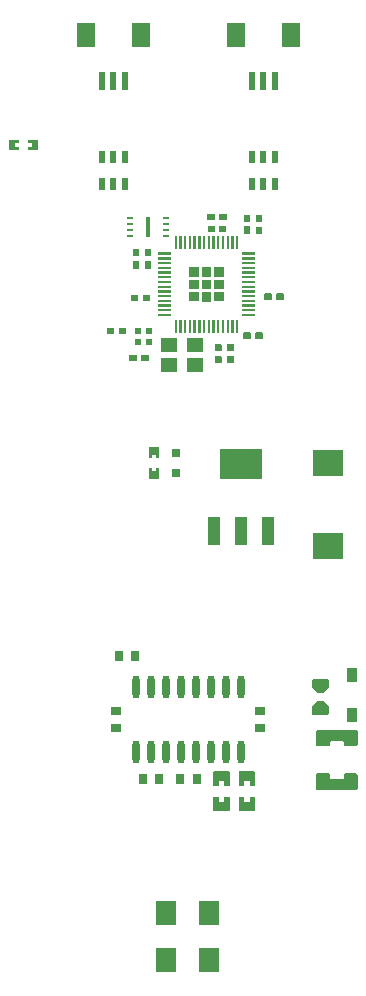
<source format=gtp>
G04 Layer: TopPasteMaskLayer*
G04 EasyEDA v6.5.29, 2023-07-20 14:59:44*
G04 987ae69db31144c28cf86215047d26b3,5a6b42c53f6a479593ecc07194224c93,10*
G04 Gerber Generator version 0.2*
G04 Scale: 100 percent, Rotated: No, Reflected: No *
G04 Dimensions in millimeters *
G04 leading zeros omitted , absolute positions ,4 integer and 5 decimal *
%FSLAX45Y45*%
%MOMM*%

%AMMACRO1*21,1,$1,$2,0,0,$3*%
%ADD10MACRO1,2.592X2.2075X0.0000*%
%ADD11R,2.5920X2.2075*%
%ADD12R,0.9000X0.8000*%
%ADD13R,0.8000X0.9000*%
%ADD14R,0.5320X1.0720*%
%ADD15R,1.0500X2.4650*%
%ADD16MACRO1,3.54X2.465X0.0000*%
%ADD17R,0.6000X1.5500*%
%ADD18R,1.5000X2.0000*%
%ADD19R,1.8000X2.0000*%
%ADD20O,0.6020054X1.9709892*%
%ADD21R,0.9500X1.2000*%
%ADD22R,0.8000X0.8000*%
%ADD23R,0.5500X0.5500*%
%ADD24R,0.6000X0.2800*%
%ADD25R,0.3000X1.7000*%
%ADD26MACRO1,1.2X1.4X90.0000*%
%ADD27R,1.4000X1.2000*%
%ADD28MACRO1,1.2X1.4X-90.0000*%
%ADD29C,0.0103*%

%LPD*%
G36*
X3398418Y8668308D02*
G01*
X3393389Y8663279D01*
X3393389Y8583320D01*
X3398418Y8578291D01*
X3478377Y8578291D01*
X3483406Y8583320D01*
X3483406Y8606078D01*
X3446424Y8606078D01*
X3446424Y8639098D01*
X3483406Y8639098D01*
X3483406Y8663279D01*
X3478377Y8668308D01*
G37*
G36*
X3558387Y8668308D02*
G01*
X3553409Y8663279D01*
X3553409Y8639098D01*
X3591407Y8639098D01*
X3591407Y8606078D01*
X3553409Y8606078D01*
X3553409Y8583320D01*
X3558387Y8578291D01*
X3637381Y8578291D01*
X3642410Y8583320D01*
X3642410Y8663279D01*
X3637381Y8668308D01*
G37*
G36*
X4582820Y5890920D02*
G01*
X4577791Y5885891D01*
X4577791Y5800902D01*
X4582820Y5795873D01*
X4662779Y5795873D01*
X4667808Y5800902D01*
X4667808Y5885891D01*
X4662779Y5890920D01*
X4637786Y5890920D01*
X4637786Y5860897D01*
X4607814Y5860897D01*
X4607814Y5890920D01*
G37*
G36*
X4582820Y6065875D02*
G01*
X4577791Y6060897D01*
X4577791Y5975908D01*
X4582820Y5970879D01*
X4607814Y5970879D01*
X4607814Y6000902D01*
X4637786Y6000902D01*
X4637786Y5970879D01*
X4662779Y5970879D01*
X4667808Y5975908D01*
X4667808Y6060897D01*
X4662779Y6065875D01*
G37*
G36*
X5387187Y3105099D02*
G01*
X5346192Y3104591D01*
X5341213Y3099612D01*
X5341213Y2984601D01*
X5346192Y2979572D01*
X5474208Y2979572D01*
X5479186Y2984601D01*
X5479186Y3099612D01*
X5474208Y3104591D01*
X5432196Y3104083D01*
X5432196Y3060090D01*
X5387187Y3060090D01*
G37*
G36*
X5346192Y3319576D02*
G01*
X5341213Y3314598D01*
X5341213Y3199587D01*
X5346192Y3194608D01*
X5387187Y3195116D01*
X5387187Y3239109D01*
X5432196Y3239109D01*
X5432196Y3194608D01*
X5474208Y3194608D01*
X5479186Y3199587D01*
X5479186Y3314598D01*
X5474208Y3319576D01*
G37*
G36*
X5171287Y3105099D02*
G01*
X5130292Y3104591D01*
X5125313Y3099612D01*
X5125313Y2984601D01*
X5130292Y2979572D01*
X5258308Y2979572D01*
X5263286Y2984601D01*
X5263286Y3099612D01*
X5258308Y3104591D01*
X5216296Y3104083D01*
X5216296Y3060090D01*
X5171287Y3060090D01*
G37*
G36*
X5130292Y3319576D02*
G01*
X5125313Y3314598D01*
X5125313Y3199587D01*
X5130292Y3194608D01*
X5171287Y3195116D01*
X5171287Y3239109D01*
X5216296Y3239109D01*
X5216296Y3194608D01*
X5258308Y3194608D01*
X5263286Y3199587D01*
X5263286Y3314598D01*
X5258308Y3319576D01*
G37*
G36*
X6007252Y3671976D02*
G01*
X5997244Y3661968D01*
X5997244Y3541318D01*
X6007252Y3531311D01*
X6102705Y3531311D01*
X6112713Y3541318D01*
X6112713Y3569106D01*
X6122720Y3579114D01*
X6221679Y3579114D01*
X6231686Y3569106D01*
X6231686Y3541318D01*
X6241694Y3531311D01*
X6337147Y3531311D01*
X6347155Y3541318D01*
X6347155Y3661968D01*
X6337147Y3671976D01*
G37*
G36*
X6007252Y3301288D02*
G01*
X5997244Y3291281D01*
X5997244Y3170631D01*
X6007252Y3160623D01*
X6337147Y3160623D01*
X6347155Y3170631D01*
X6347155Y3291281D01*
X6337147Y3301288D01*
X6241694Y3301288D01*
X6231686Y3291281D01*
X6231686Y3263493D01*
X6221679Y3253486D01*
X6122720Y3253486D01*
X6112713Y3263493D01*
X6112713Y3291281D01*
X6102705Y3301288D01*
G37*
G36*
X6010452Y3913682D02*
G01*
X5963666Y3875176D01*
X5963666Y3806444D01*
X5973673Y3796436D01*
X6091326Y3796436D01*
X6101334Y3806444D01*
X6101334Y3875176D01*
X6054547Y3913682D01*
G37*
G36*
X5973673Y4102963D02*
G01*
X5963666Y4092956D01*
X5963666Y4024223D01*
X6010452Y3985717D01*
X6054547Y3985717D01*
X6101334Y4024223D01*
X6101334Y4092956D01*
X6091326Y4102963D01*
G37*
G36*
X4330293Y7075982D02*
G01*
X4325315Y7071004D01*
X4325315Y7025995D01*
X4330293Y7021017D01*
X4383278Y7021017D01*
X4388307Y7025995D01*
X4388307Y7071004D01*
X4383278Y7075982D01*
G37*
G36*
X4227322Y7075982D02*
G01*
X4222292Y7071004D01*
X4222292Y7025995D01*
X4227322Y7021017D01*
X4280306Y7021017D01*
X4285284Y7025995D01*
X4285284Y7071004D01*
X4280306Y7075982D01*
G37*
G36*
X4533493Y7355382D02*
G01*
X4528515Y7350404D01*
X4528515Y7305395D01*
X4533493Y7300417D01*
X4586478Y7300417D01*
X4591507Y7305395D01*
X4591507Y7350404D01*
X4586478Y7355382D01*
G37*
G36*
X4430522Y7355382D02*
G01*
X4425492Y7350404D01*
X4425492Y7305395D01*
X4430522Y7300417D01*
X4483506Y7300417D01*
X4488484Y7305395D01*
X4488484Y7350404D01*
X4483506Y7355382D01*
G37*
G36*
X4447895Y7741107D02*
G01*
X4442917Y7736078D01*
X4442917Y7683093D01*
X4447895Y7678115D01*
X4492904Y7678115D01*
X4497882Y7683093D01*
X4497882Y7736078D01*
X4492904Y7741107D01*
G37*
G36*
X4447895Y7638084D02*
G01*
X4442917Y7633106D01*
X4442917Y7580122D01*
X4447895Y7575092D01*
X4492904Y7575092D01*
X4497882Y7580122D01*
X4497882Y7633106D01*
X4492904Y7638084D01*
G37*
G36*
X4549495Y7741107D02*
G01*
X4544517Y7736078D01*
X4544517Y7683093D01*
X4549495Y7678115D01*
X4594504Y7678115D01*
X4599482Y7683093D01*
X4599482Y7736078D01*
X4594504Y7741107D01*
G37*
G36*
X4549495Y7638084D02*
G01*
X4544517Y7633106D01*
X4544517Y7580122D01*
X4549495Y7575092D01*
X4594504Y7575092D01*
X4599482Y7580122D01*
X4599482Y7633106D01*
X4594504Y7638084D01*
G37*
G36*
X5560771Y7368082D02*
G01*
X5555792Y7363104D01*
X5555792Y7318095D01*
X5560771Y7313117D01*
X5613806Y7313117D01*
X5618784Y7318095D01*
X5618784Y7363104D01*
X5613806Y7368082D01*
G37*
G36*
X5663793Y7368082D02*
G01*
X5658815Y7363104D01*
X5658815Y7318095D01*
X5663793Y7313117D01*
X5716778Y7313117D01*
X5721807Y7318095D01*
X5721807Y7363104D01*
X5716778Y7368082D01*
G37*
G36*
X5382971Y7037882D02*
G01*
X5377992Y7032904D01*
X5377992Y6987895D01*
X5382971Y6982917D01*
X5436006Y6982917D01*
X5440984Y6987895D01*
X5440984Y7032904D01*
X5436006Y7037882D01*
G37*
G36*
X5485993Y7037882D02*
G01*
X5481015Y7032904D01*
X5481015Y6987895D01*
X5485993Y6982917D01*
X5538978Y6982917D01*
X5544007Y6987895D01*
X5544007Y7032904D01*
X5538978Y7037882D01*
G37*
G36*
X5181193Y8041182D02*
G01*
X5176215Y8036204D01*
X5176215Y7991195D01*
X5181193Y7986217D01*
X5234178Y7986217D01*
X5239207Y7991195D01*
X5239207Y8036204D01*
X5234178Y8041182D01*
G37*
G36*
X5078222Y8041182D02*
G01*
X5073192Y8036204D01*
X5073192Y7991195D01*
X5078222Y7986217D01*
X5131206Y7986217D01*
X5136184Y7991195D01*
X5136184Y8036204D01*
X5131206Y8041182D01*
G37*
G36*
X4657293Y7712202D02*
G01*
X4657293Y7692186D01*
X4767275Y7692186D01*
X4767275Y7712202D01*
G37*
G36*
X4657293Y7672222D02*
G01*
X4657293Y7652207D01*
X4767275Y7652207D01*
X4767275Y7672222D01*
G37*
G36*
X4657293Y7632192D02*
G01*
X4657293Y7612176D01*
X4767275Y7612176D01*
X4767275Y7632192D01*
G37*
G36*
X4657293Y7592161D02*
G01*
X4657293Y7572197D01*
X4767275Y7572197D01*
X4767275Y7592161D01*
G37*
G36*
X4657293Y7552232D02*
G01*
X4657293Y7532217D01*
X4767275Y7532217D01*
X4767275Y7552232D01*
G37*
G36*
X4657293Y7512202D02*
G01*
X4657293Y7492187D01*
X4767275Y7492187D01*
X4767275Y7512202D01*
G37*
G36*
X4657293Y7472222D02*
G01*
X4657293Y7452207D01*
X4767275Y7452207D01*
X4767275Y7472222D01*
G37*
G36*
X4657293Y7432192D02*
G01*
X4657293Y7412177D01*
X4767275Y7412177D01*
X4767275Y7432192D01*
G37*
G36*
X4657293Y7392212D02*
G01*
X4657293Y7372197D01*
X4767275Y7372197D01*
X4767275Y7392212D01*
G37*
G36*
X4657293Y7352233D02*
G01*
X4657293Y7332218D01*
X4767275Y7332218D01*
X4767275Y7352233D01*
G37*
G36*
X4657293Y7312202D02*
G01*
X4657293Y7292187D01*
X4767275Y7292187D01*
X4767275Y7312202D01*
G37*
G36*
X4657293Y7272172D02*
G01*
X4657293Y7252208D01*
X4767275Y7252208D01*
X4767275Y7272172D01*
G37*
G36*
X4657293Y7232192D02*
G01*
X4657293Y7212177D01*
X4767275Y7212177D01*
X4767275Y7232192D01*
G37*
G36*
X4657293Y7192213D02*
G01*
X4657293Y7172198D01*
X4767275Y7172198D01*
X4767275Y7192213D01*
G37*
G36*
X4797298Y7142225D02*
G01*
X4797298Y7032193D01*
X4817313Y7032193D01*
X4817313Y7142225D01*
G37*
G36*
X4837277Y7142225D02*
G01*
X4837277Y7032193D01*
X4857292Y7032193D01*
X4857292Y7142225D01*
G37*
G36*
X4877308Y7142225D02*
G01*
X4877308Y7032193D01*
X4897272Y7032193D01*
X4897272Y7142225D01*
G37*
G36*
X4917287Y7142225D02*
G01*
X4917287Y7032193D01*
X4937302Y7032193D01*
X4937302Y7142225D01*
G37*
G36*
X4957318Y7142225D02*
G01*
X4957318Y7032193D01*
X4977282Y7032193D01*
X4977282Y7142225D01*
G37*
G36*
X4997297Y7142225D02*
G01*
X4997297Y7032193D01*
X5017312Y7032193D01*
X5017312Y7142225D01*
G37*
G36*
X5037277Y7142225D02*
G01*
X5037277Y7032193D01*
X5057292Y7032193D01*
X5057292Y7142225D01*
G37*
G36*
X5077307Y7142225D02*
G01*
X5077307Y7032193D01*
X5097272Y7032193D01*
X5097272Y7142225D01*
G37*
G36*
X5117287Y7142225D02*
G01*
X5117287Y7032193D01*
X5137302Y7032193D01*
X5137302Y7142225D01*
G37*
G36*
X5157317Y7142225D02*
G01*
X5157317Y7032193D01*
X5177282Y7032193D01*
X5177282Y7142225D01*
G37*
G36*
X5197297Y7142225D02*
G01*
X5197297Y7032193D01*
X5217312Y7032193D01*
X5217312Y7142225D01*
G37*
G36*
X5237276Y7142225D02*
G01*
X5237276Y7032193D01*
X5257292Y7032193D01*
X5257292Y7142225D01*
G37*
G36*
X5277307Y7142225D02*
G01*
X5277307Y7032193D01*
X5297271Y7032193D01*
X5297271Y7142225D01*
G37*
G36*
X5317286Y7142225D02*
G01*
X5317286Y7032193D01*
X5337302Y7032193D01*
X5337302Y7142225D01*
G37*
G36*
X5367324Y7192213D02*
G01*
X5367324Y7172198D01*
X5477306Y7172198D01*
X5477306Y7192213D01*
G37*
G36*
X5367324Y7232192D02*
G01*
X5367324Y7212177D01*
X5477306Y7212177D01*
X5477306Y7232192D01*
G37*
G36*
X5367324Y7272172D02*
G01*
X5367324Y7252208D01*
X5477306Y7252208D01*
X5477306Y7272172D01*
G37*
G36*
X5367324Y7312202D02*
G01*
X5367324Y7292187D01*
X5477306Y7292187D01*
X5477306Y7312202D01*
G37*
G36*
X5367324Y7352233D02*
G01*
X5367324Y7332218D01*
X5477306Y7332218D01*
X5477306Y7352233D01*
G37*
G36*
X5367324Y7392212D02*
G01*
X5367324Y7372197D01*
X5477306Y7372197D01*
X5477306Y7392212D01*
G37*
G36*
X5367324Y7432192D02*
G01*
X5367324Y7412177D01*
X5477306Y7412177D01*
X5477306Y7432192D01*
G37*
G36*
X5367324Y7472222D02*
G01*
X5367324Y7452207D01*
X5477306Y7452207D01*
X5477306Y7472222D01*
G37*
G36*
X5367324Y7512202D02*
G01*
X5367324Y7492187D01*
X5477306Y7492187D01*
X5477306Y7512202D01*
G37*
G36*
X5367324Y7552232D02*
G01*
X5367324Y7532217D01*
X5477306Y7532217D01*
X5477306Y7552232D01*
G37*
G36*
X5367324Y7592161D02*
G01*
X5367324Y7572197D01*
X5477306Y7572197D01*
X5477306Y7592161D01*
G37*
G36*
X5367324Y7632192D02*
G01*
X5367324Y7612176D01*
X5477306Y7612176D01*
X5477306Y7632192D01*
G37*
G36*
X5367324Y7672222D02*
G01*
X5367324Y7652207D01*
X5477306Y7652207D01*
X5477306Y7672222D01*
G37*
G36*
X5367324Y7712202D02*
G01*
X5367324Y7692186D01*
X5477306Y7692186D01*
X5477306Y7712202D01*
G37*
G36*
X5317286Y7852206D02*
G01*
X5317286Y7742174D01*
X5337302Y7742174D01*
X5337302Y7852206D01*
G37*
G36*
X5277307Y7852206D02*
G01*
X5277307Y7742174D01*
X5297271Y7742174D01*
X5297271Y7852206D01*
G37*
G36*
X5237276Y7852206D02*
G01*
X5237276Y7742174D01*
X5257292Y7742174D01*
X5257292Y7852206D01*
G37*
G36*
X5197297Y7852206D02*
G01*
X5197297Y7742174D01*
X5217312Y7742174D01*
X5217312Y7852206D01*
G37*
G36*
X5157317Y7852206D02*
G01*
X5157317Y7742174D01*
X5177282Y7742174D01*
X5177282Y7852206D01*
G37*
G36*
X5117287Y7852206D02*
G01*
X5117287Y7742174D01*
X5137302Y7742174D01*
X5137302Y7852206D01*
G37*
G36*
X5077307Y7852206D02*
G01*
X5077307Y7742174D01*
X5097272Y7742174D01*
X5097272Y7852206D01*
G37*
G36*
X5037277Y7852206D02*
G01*
X5037277Y7742174D01*
X5057292Y7742174D01*
X5057292Y7852206D01*
G37*
G36*
X4997297Y7852206D02*
G01*
X4997297Y7742174D01*
X5017312Y7742174D01*
X5017312Y7852206D01*
G37*
G36*
X4957318Y7852206D02*
G01*
X4957318Y7742174D01*
X4977282Y7742174D01*
X4977282Y7852206D01*
G37*
G36*
X4917287Y7852206D02*
G01*
X4917287Y7742174D01*
X4937302Y7742174D01*
X4937302Y7852206D01*
G37*
G36*
X4877308Y7852206D02*
G01*
X4877308Y7742174D01*
X4897272Y7742174D01*
X4897272Y7852206D01*
G37*
G36*
X4837277Y7852206D02*
G01*
X4837277Y7742174D01*
X4857292Y7742174D01*
X4857292Y7852206D01*
G37*
G36*
X4797298Y7852206D02*
G01*
X4797298Y7742174D01*
X4817313Y7742174D01*
X4817313Y7852206D01*
G37*
G36*
X5132324Y7587183D02*
G01*
X5132324Y7507224D01*
X5212283Y7507224D01*
X5212283Y7587183D01*
G37*
G36*
X4922316Y7587183D02*
G01*
X4922316Y7507224D01*
X5002326Y7507224D01*
X5002326Y7587183D01*
G37*
G36*
X4922316Y7377226D02*
G01*
X4922316Y7297216D01*
X5002276Y7297216D01*
X5002276Y7377226D01*
G37*
G36*
X5132273Y7377226D02*
G01*
X5132273Y7297216D01*
X5212283Y7297216D01*
X5212283Y7377226D01*
G37*
G36*
X5132273Y7482179D02*
G01*
X5132273Y7402169D01*
X5212283Y7402169D01*
X5212283Y7482179D01*
G37*
G36*
X5027320Y7587234D02*
G01*
X5027320Y7507224D01*
X5107279Y7507224D01*
X5107279Y7587234D01*
G37*
G36*
X4922316Y7482179D02*
G01*
X4922316Y7402169D01*
X5002276Y7402169D01*
X5002276Y7482179D01*
G37*
G36*
X5027320Y7482179D02*
G01*
X5027320Y7402220D01*
X5107279Y7402220D01*
X5107279Y7482179D01*
G37*
G36*
X5027320Y7376718D02*
G01*
X5027320Y7296708D01*
X5107279Y7296708D01*
X5107279Y7376718D01*
G37*
G36*
X5141671Y6936282D02*
G01*
X5136692Y6931304D01*
X5136692Y6886295D01*
X5141671Y6881317D01*
X5194706Y6881317D01*
X5199684Y6886295D01*
X5199684Y6931304D01*
X5194706Y6936282D01*
G37*
G36*
X5244693Y6936282D02*
G01*
X5239715Y6931304D01*
X5239715Y6886295D01*
X5244693Y6881317D01*
X5297678Y6881317D01*
X5302707Y6886295D01*
X5302707Y6931304D01*
X5297678Y6936282D01*
G37*
G36*
X5141671Y6834682D02*
G01*
X5136692Y6829704D01*
X5136692Y6784695D01*
X5141671Y6779717D01*
X5194706Y6779717D01*
X5199684Y6784695D01*
X5199684Y6829704D01*
X5194706Y6834682D01*
G37*
G36*
X5244693Y6834682D02*
G01*
X5239715Y6829704D01*
X5239715Y6784695D01*
X5244693Y6779717D01*
X5297678Y6779717D01*
X5302707Y6784695D01*
X5302707Y6829704D01*
X5297678Y6834682D01*
G37*
G36*
X4417822Y6847382D02*
G01*
X4412792Y6842404D01*
X4412792Y6797395D01*
X4417822Y6792417D01*
X4470806Y6792417D01*
X4475784Y6797395D01*
X4475784Y6842404D01*
X4470806Y6847382D01*
G37*
G36*
X4520793Y6847382D02*
G01*
X4515815Y6842404D01*
X4515815Y6797395D01*
X4520793Y6792417D01*
X4573778Y6792417D01*
X4578807Y6797395D01*
X4578807Y6842404D01*
X4573778Y6847382D01*
G37*
G36*
X5489295Y7930184D02*
G01*
X5484317Y7925206D01*
X5484317Y7872222D01*
X5489295Y7867192D01*
X5534304Y7867192D01*
X5539282Y7872222D01*
X5539282Y7925206D01*
X5534304Y7930184D01*
G37*
G36*
X5489295Y8033207D02*
G01*
X5484317Y8028178D01*
X5484317Y7975193D01*
X5489295Y7970215D01*
X5534304Y7970215D01*
X5539282Y7975193D01*
X5539282Y8028178D01*
X5534304Y8033207D01*
G37*
G36*
X5181193Y7939582D02*
G01*
X5174183Y7934604D01*
X5174183Y7889595D01*
X5181193Y7884617D01*
X5229199Y7884617D01*
X5234178Y7889595D01*
X5234178Y7934604D01*
X5229199Y7939582D01*
G37*
G36*
X5083200Y7939582D02*
G01*
X5078222Y7934604D01*
X5078222Y7889595D01*
X5083200Y7884617D01*
X5131206Y7884617D01*
X5138216Y7889595D01*
X5138216Y7934604D01*
X5131206Y7939582D01*
G37*
G36*
X5387695Y7932216D02*
G01*
X5382717Y7925206D01*
X5382717Y7877200D01*
X5387695Y7872222D01*
X5432704Y7872222D01*
X5437682Y7877200D01*
X5437682Y7925206D01*
X5432704Y7932216D01*
G37*
G36*
X5387695Y8028178D02*
G01*
X5382717Y8023199D01*
X5382717Y7975193D01*
X5387695Y7968183D01*
X5432704Y7968183D01*
X5437682Y7975193D01*
X5437682Y8023199D01*
X5432704Y8028178D01*
G37*
D10*
G01*
X6096000Y5926424D03*
D11*
G01*
X6096005Y5224175D03*
D12*
G01*
X4305300Y3689197D03*
G01*
X4305300Y3829202D03*
D13*
G01*
X4464202Y4292600D03*
G01*
X4324197Y4292600D03*
D12*
G01*
X5524500Y3689197D03*
G01*
X5524500Y3829202D03*
D13*
G01*
X4667402Y3251200D03*
G01*
X4527397Y3251200D03*
G01*
X4984902Y3251200D03*
G01*
X4844897Y3251200D03*
D14*
G01*
X5454904Y8292490D03*
G01*
X5549900Y8292490D03*
G01*
X5644895Y8292490D03*
G01*
X5644895Y8522309D03*
G01*
X5549900Y8522309D03*
G01*
X5454904Y8522309D03*
D15*
G01*
X5129402Y5353050D03*
G01*
X5359400Y5353050D03*
G01*
X5589397Y5353050D03*
D16*
G01*
X5359400Y5924550D03*
D17*
G01*
X5649899Y9166148D03*
G01*
X5549900Y9166148D03*
G01*
X5449900Y9166148D03*
D18*
G01*
X5319902Y9553651D03*
G01*
X5779897Y9553651D03*
D19*
G01*
X5092700Y1717700D03*
G01*
X5092700Y2117699D03*
G01*
X4724400Y1717700D03*
G01*
X4724400Y2117699D03*
D20*
G01*
X4470400Y3485642D03*
G01*
X4597400Y3485642D03*
G01*
X4724400Y3485642D03*
G01*
X4851400Y3485642D03*
G01*
X4978400Y3485642D03*
G01*
X5105400Y3485642D03*
G01*
X5232400Y3485642D03*
G01*
X5359400Y3485642D03*
G01*
X4470400Y4032757D03*
G01*
X4597400Y4032757D03*
G01*
X4724400Y4032757D03*
G01*
X4851400Y4032757D03*
G01*
X4978400Y4032757D03*
G01*
X5105400Y4032757D03*
G01*
X5232400Y4032757D03*
G01*
X5359400Y4032757D03*
D21*
G01*
X6299200Y3792397D03*
G01*
X6299200Y4132402D03*
D22*
G01*
X4813300Y5845810D03*
G01*
X4813300Y6015989D03*
D23*
G01*
X4581397Y6950176D03*
G01*
X4581397Y7045197D03*
G01*
X4486376Y7045197D03*
G01*
X4486376Y6950176D03*
D24*
G01*
X4722749Y7849793D03*
G01*
X4722749Y7899806D03*
G01*
X4722749Y7949793D03*
G01*
X4722749Y7999806D03*
G01*
X4421250Y7849793D03*
G01*
X4421250Y7899806D03*
G01*
X4421250Y7949793D03*
G01*
X4421250Y7999806D03*
D25*
G01*
X4572000Y7924800D03*
D26*
G01*
X4754100Y6760311D03*
G01*
X4974099Y6760311D03*
D27*
G01*
X4974107Y6930313D03*
D28*
G01*
X4754100Y6930313D03*
D17*
G01*
X4379899Y9166148D03*
G01*
X4279900Y9166148D03*
G01*
X4179900Y9166148D03*
D18*
G01*
X4049902Y9553651D03*
G01*
X4509897Y9553651D03*
D14*
G01*
X4184904Y8292490D03*
G01*
X4279900Y8292490D03*
G01*
X4374895Y8292490D03*
G01*
X4374895Y8522309D03*
G01*
X4279900Y8522309D03*
G01*
X4184904Y8522309D03*
M02*

</source>
